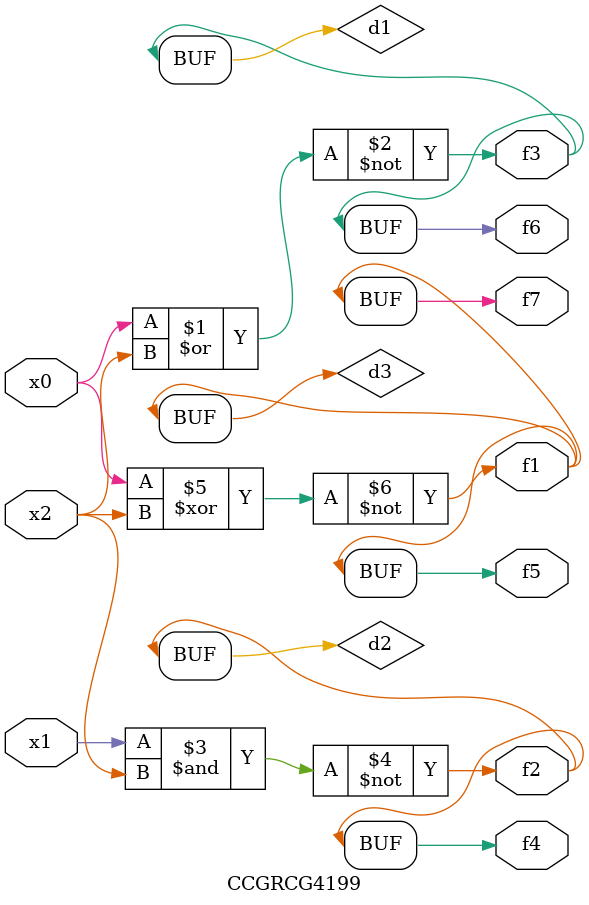
<source format=v>
module CCGRCG4199(
	input x0, x1, x2,
	output f1, f2, f3, f4, f5, f6, f7
);

	wire d1, d2, d3;

	nor (d1, x0, x2);
	nand (d2, x1, x2);
	xnor (d3, x0, x2);
	assign f1 = d3;
	assign f2 = d2;
	assign f3 = d1;
	assign f4 = d2;
	assign f5 = d3;
	assign f6 = d1;
	assign f7 = d3;
endmodule

</source>
